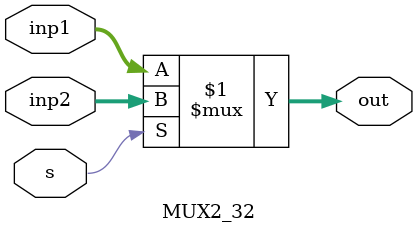
<source format=v>
module MUX2_32(inp1,inp2,s,out);
    input [31:0] inp1,inp2;
    input s; 
    output wire [31:0] out;
    assign out = s ? inp2 : inp1;
endmodule

</source>
